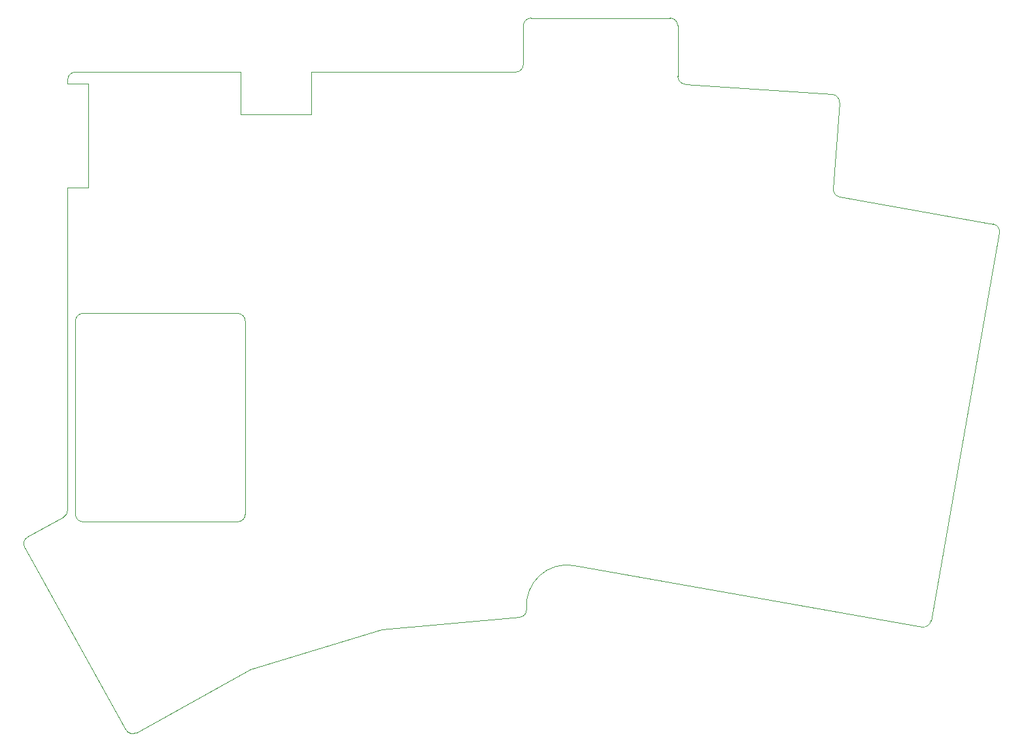
<source format=gm1>
G04 #@! TF.GenerationSoftware,KiCad,Pcbnew,8.0.4*
G04 #@! TF.CreationDate,2024-10-20T02:46:56-03:00*
G04 #@! TF.ProjectId,carpo_right,63617270-6f5f-4726-9967-68742e6b6963,rev?*
G04 #@! TF.SameCoordinates,PX7b6f01cPY41b54a0*
G04 #@! TF.FileFunction,Profile,NP*
%FSLAX46Y46*%
G04 Gerber Fmt 4.6, Leading zero omitted, Abs format (unit mm)*
G04 Created by KiCad (PCBNEW 8.0.4) date 2024-10-20 02:46:56*
%MOMM*%
%LPD*%
G01*
G04 APERTURE LIST*
G04 #@! TA.AperFunction,Profile*
%ADD10C,0.100000*%
G04 #@! TD*
G04 APERTURE END LIST*
D10*
X-38553436Y-50071308D02*
G75*
G02*
X-38163622Y-48711886I874604J484808D01*
G01*
X-9327538Y-65885043D02*
X7684923Y-60683811D01*
X45000000Y18500000D02*
G75*
G02*
X45999968Y17500000I-32J-1000000D01*
G01*
X25999999Y17500000D02*
X25999999Y12500000D01*
X-33000000Y10000000D02*
X-30350000Y10000000D01*
X-24104147Y-74075851D02*
X-9327538Y-65885043D01*
X-30999999Y-46756978D02*
G75*
G02*
X-32000010Y-45756978I-33J999978D01*
G01*
X-10999999Y-46756978D02*
X-30999999Y-46756978D01*
X-31999999Y-45756978D02*
X-31999999Y-20756978D01*
X24999999Y11500000D02*
X-1500000Y11500000D01*
X-9999999Y-45756978D02*
G75*
G02*
X-10999999Y-46756933I-999933J-22D01*
G01*
X45000000Y18500000D02*
X26999999Y18500000D01*
X26420762Y-58040817D02*
G75*
G02*
X32555314Y-52419499I5224006J457017D01*
G01*
X86825769Y-8171280D02*
G75*
G02*
X87636900Y-9329731I-173701J-984820D01*
G01*
X46000000Y10948004D02*
X46000000Y17500000D01*
X66960153Y-4668436D02*
G75*
G02*
X66136285Y-3613875I173615J984736D01*
G01*
X-9999999Y-20756978D02*
X-9999999Y-45756978D01*
X-10644000Y6003000D02*
X-10644000Y11500000D01*
X-33515190Y-46135209D02*
X-38163626Y-48711879D01*
X86825769Y-8171280D02*
X66960153Y-4668436D01*
X-1500000Y6003000D02*
X-10644000Y6003000D01*
X-31999999Y-20756978D02*
G75*
G02*
X-31000000Y-19756933I1000067J-22D01*
G01*
X66136237Y-3613872D02*
X66916919Y7550393D01*
X-1500000Y11500000D02*
X-1500000Y6003000D01*
X46930243Y9950439D02*
G75*
G02*
X45999973Y10948004I69725J997561D01*
G01*
X25999999Y17500000D02*
G75*
G02*
X26999999Y18499969I999969J0D01*
G01*
X32555306Y-52419544D02*
X77622415Y-60366091D01*
X25999999Y12500000D02*
G75*
G02*
X24999999Y11499969I-1000031J0D01*
G01*
X65989111Y8617714D02*
X46930243Y9950439D01*
X78780871Y-59554931D02*
G75*
G02*
X77622414Y-60366099I-984803J173631D01*
G01*
X-24104147Y-74075851D02*
G75*
G02*
X-25463643Y-73686077I-484885J874551D01*
G01*
X26420762Y-58040817D02*
G75*
G02*
X25511725Y-59124196I-996194J-87183D01*
G01*
X-10644000Y11500000D02*
X-32000000Y11500000D01*
X-10999999Y-19756978D02*
G75*
G02*
X-10000010Y-20756978I-33J-1000022D01*
G01*
X-33000000Y10500000D02*
G75*
G02*
X-32000000Y11499968I999968J0D01*
G01*
X7684923Y-60683811D02*
X25511723Y-59124168D01*
X-38553436Y-50071308D02*
X-25463576Y-73686040D01*
X-30350000Y10000000D02*
X-30350000Y-3499999D01*
X-31000000Y-19756978D02*
X-10999999Y-19756978D01*
X-33000000Y10500000D02*
X-33000000Y10000000D01*
X78780871Y-59554931D02*
X87636928Y-9329736D01*
X-33000000Y-3499999D02*
X-32999999Y-45260589D01*
X-32999999Y-45260589D02*
G75*
G02*
X-33515202Y-46135187I-999933J-11D01*
G01*
X-30350000Y-3499999D02*
X-33000000Y-3499999D01*
X65989111Y8617714D02*
G75*
G02*
X66916878Y7550396I-69743J-997514D01*
G01*
M02*

</source>
